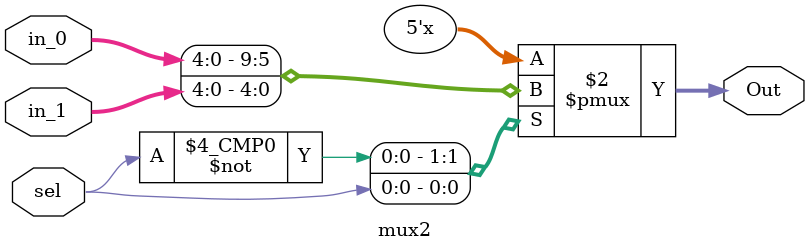
<source format=v>
`timescale 1ns / 1ps
module mux2(
    in_0,
    in_1,
    sel,
    Out
    );

    parameter WIDTH = 5;
    input [WIDTH-1:0] in_0;               
    input [WIDTH-1:0] in_1;                
    input sel;              
    output reg [WIDTH-1:0] Out;
    
    always @(*) begin
      case (sel)
        0: 
          Out = in_0;
        1: 
          Out = in_1;
        default: 
          Out = 32'bx; 
      endcase
    end
endmodule
</source>
